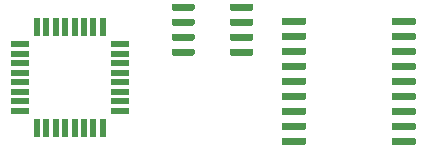
<source format=gbr>
G04 #@! TF.GenerationSoftware,KiCad,Pcbnew,5.1.5-52549c5~84~ubuntu18.04.1*
G04 #@! TF.CreationDate,2020-02-06T21:07:47-05:00*
G04 #@! TF.ProjectId,FH_fault-latch,46485f66-6175-46c7-942d-6c617463682e,rev?*
G04 #@! TF.SameCoordinates,Original*
G04 #@! TF.FileFunction,Paste,Top*
G04 #@! TF.FilePolarity,Positive*
%FSLAX46Y46*%
G04 Gerber Fmt 4.6, Leading zero omitted, Abs format (unit mm)*
G04 Created by KiCad (PCBNEW 5.1.5-52549c5~84~ubuntu18.04.1) date 2020-02-06 21:07:47*
%MOMM*%
%LPD*%
G04 APERTURE LIST*
%ADD10C,0.100000*%
%ADD11R,0.550000X1.600000*%
%ADD12R,1.600000X0.550000*%
G04 APERTURE END LIST*
D10*
G36*
X123459703Y-118890222D02*
G01*
X123474264Y-118892382D01*
X123488543Y-118895959D01*
X123502403Y-118900918D01*
X123515710Y-118907212D01*
X123528336Y-118914780D01*
X123540159Y-118923548D01*
X123551066Y-118933434D01*
X123560952Y-118944341D01*
X123569720Y-118956164D01*
X123577288Y-118968790D01*
X123583582Y-118982097D01*
X123588541Y-118995957D01*
X123592118Y-119010236D01*
X123594278Y-119024797D01*
X123595000Y-119039500D01*
X123595000Y-119339500D01*
X123594278Y-119354203D01*
X123592118Y-119368764D01*
X123588541Y-119383043D01*
X123583582Y-119396903D01*
X123577288Y-119410210D01*
X123569720Y-119422836D01*
X123560952Y-119434659D01*
X123551066Y-119445566D01*
X123540159Y-119455452D01*
X123528336Y-119464220D01*
X123515710Y-119471788D01*
X123502403Y-119478082D01*
X123488543Y-119483041D01*
X123474264Y-119486618D01*
X123459703Y-119488778D01*
X123445000Y-119489500D01*
X121795000Y-119489500D01*
X121780297Y-119488778D01*
X121765736Y-119486618D01*
X121751457Y-119483041D01*
X121737597Y-119478082D01*
X121724290Y-119471788D01*
X121711664Y-119464220D01*
X121699841Y-119455452D01*
X121688934Y-119445566D01*
X121679048Y-119434659D01*
X121670280Y-119422836D01*
X121662712Y-119410210D01*
X121656418Y-119396903D01*
X121651459Y-119383043D01*
X121647882Y-119368764D01*
X121645722Y-119354203D01*
X121645000Y-119339500D01*
X121645000Y-119039500D01*
X121645722Y-119024797D01*
X121647882Y-119010236D01*
X121651459Y-118995957D01*
X121656418Y-118982097D01*
X121662712Y-118968790D01*
X121670280Y-118956164D01*
X121679048Y-118944341D01*
X121688934Y-118933434D01*
X121699841Y-118923548D01*
X121711664Y-118914780D01*
X121724290Y-118907212D01*
X121737597Y-118900918D01*
X121751457Y-118895959D01*
X121765736Y-118892382D01*
X121780297Y-118890222D01*
X121795000Y-118889500D01*
X123445000Y-118889500D01*
X123459703Y-118890222D01*
G37*
G36*
X123459703Y-117620222D02*
G01*
X123474264Y-117622382D01*
X123488543Y-117625959D01*
X123502403Y-117630918D01*
X123515710Y-117637212D01*
X123528336Y-117644780D01*
X123540159Y-117653548D01*
X123551066Y-117663434D01*
X123560952Y-117674341D01*
X123569720Y-117686164D01*
X123577288Y-117698790D01*
X123583582Y-117712097D01*
X123588541Y-117725957D01*
X123592118Y-117740236D01*
X123594278Y-117754797D01*
X123595000Y-117769500D01*
X123595000Y-118069500D01*
X123594278Y-118084203D01*
X123592118Y-118098764D01*
X123588541Y-118113043D01*
X123583582Y-118126903D01*
X123577288Y-118140210D01*
X123569720Y-118152836D01*
X123560952Y-118164659D01*
X123551066Y-118175566D01*
X123540159Y-118185452D01*
X123528336Y-118194220D01*
X123515710Y-118201788D01*
X123502403Y-118208082D01*
X123488543Y-118213041D01*
X123474264Y-118216618D01*
X123459703Y-118218778D01*
X123445000Y-118219500D01*
X121795000Y-118219500D01*
X121780297Y-118218778D01*
X121765736Y-118216618D01*
X121751457Y-118213041D01*
X121737597Y-118208082D01*
X121724290Y-118201788D01*
X121711664Y-118194220D01*
X121699841Y-118185452D01*
X121688934Y-118175566D01*
X121679048Y-118164659D01*
X121670280Y-118152836D01*
X121662712Y-118140210D01*
X121656418Y-118126903D01*
X121651459Y-118113043D01*
X121647882Y-118098764D01*
X121645722Y-118084203D01*
X121645000Y-118069500D01*
X121645000Y-117769500D01*
X121645722Y-117754797D01*
X121647882Y-117740236D01*
X121651459Y-117725957D01*
X121656418Y-117712097D01*
X121662712Y-117698790D01*
X121670280Y-117686164D01*
X121679048Y-117674341D01*
X121688934Y-117663434D01*
X121699841Y-117653548D01*
X121711664Y-117644780D01*
X121724290Y-117637212D01*
X121737597Y-117630918D01*
X121751457Y-117625959D01*
X121765736Y-117622382D01*
X121780297Y-117620222D01*
X121795000Y-117619500D01*
X123445000Y-117619500D01*
X123459703Y-117620222D01*
G37*
G36*
X123459703Y-116350222D02*
G01*
X123474264Y-116352382D01*
X123488543Y-116355959D01*
X123502403Y-116360918D01*
X123515710Y-116367212D01*
X123528336Y-116374780D01*
X123540159Y-116383548D01*
X123551066Y-116393434D01*
X123560952Y-116404341D01*
X123569720Y-116416164D01*
X123577288Y-116428790D01*
X123583582Y-116442097D01*
X123588541Y-116455957D01*
X123592118Y-116470236D01*
X123594278Y-116484797D01*
X123595000Y-116499500D01*
X123595000Y-116799500D01*
X123594278Y-116814203D01*
X123592118Y-116828764D01*
X123588541Y-116843043D01*
X123583582Y-116856903D01*
X123577288Y-116870210D01*
X123569720Y-116882836D01*
X123560952Y-116894659D01*
X123551066Y-116905566D01*
X123540159Y-116915452D01*
X123528336Y-116924220D01*
X123515710Y-116931788D01*
X123502403Y-116938082D01*
X123488543Y-116943041D01*
X123474264Y-116946618D01*
X123459703Y-116948778D01*
X123445000Y-116949500D01*
X121795000Y-116949500D01*
X121780297Y-116948778D01*
X121765736Y-116946618D01*
X121751457Y-116943041D01*
X121737597Y-116938082D01*
X121724290Y-116931788D01*
X121711664Y-116924220D01*
X121699841Y-116915452D01*
X121688934Y-116905566D01*
X121679048Y-116894659D01*
X121670280Y-116882836D01*
X121662712Y-116870210D01*
X121656418Y-116856903D01*
X121651459Y-116843043D01*
X121647882Y-116828764D01*
X121645722Y-116814203D01*
X121645000Y-116799500D01*
X121645000Y-116499500D01*
X121645722Y-116484797D01*
X121647882Y-116470236D01*
X121651459Y-116455957D01*
X121656418Y-116442097D01*
X121662712Y-116428790D01*
X121670280Y-116416164D01*
X121679048Y-116404341D01*
X121688934Y-116393434D01*
X121699841Y-116383548D01*
X121711664Y-116374780D01*
X121724290Y-116367212D01*
X121737597Y-116360918D01*
X121751457Y-116355959D01*
X121765736Y-116352382D01*
X121780297Y-116350222D01*
X121795000Y-116349500D01*
X123445000Y-116349500D01*
X123459703Y-116350222D01*
G37*
G36*
X123459703Y-115080222D02*
G01*
X123474264Y-115082382D01*
X123488543Y-115085959D01*
X123502403Y-115090918D01*
X123515710Y-115097212D01*
X123528336Y-115104780D01*
X123540159Y-115113548D01*
X123551066Y-115123434D01*
X123560952Y-115134341D01*
X123569720Y-115146164D01*
X123577288Y-115158790D01*
X123583582Y-115172097D01*
X123588541Y-115185957D01*
X123592118Y-115200236D01*
X123594278Y-115214797D01*
X123595000Y-115229500D01*
X123595000Y-115529500D01*
X123594278Y-115544203D01*
X123592118Y-115558764D01*
X123588541Y-115573043D01*
X123583582Y-115586903D01*
X123577288Y-115600210D01*
X123569720Y-115612836D01*
X123560952Y-115624659D01*
X123551066Y-115635566D01*
X123540159Y-115645452D01*
X123528336Y-115654220D01*
X123515710Y-115661788D01*
X123502403Y-115668082D01*
X123488543Y-115673041D01*
X123474264Y-115676618D01*
X123459703Y-115678778D01*
X123445000Y-115679500D01*
X121795000Y-115679500D01*
X121780297Y-115678778D01*
X121765736Y-115676618D01*
X121751457Y-115673041D01*
X121737597Y-115668082D01*
X121724290Y-115661788D01*
X121711664Y-115654220D01*
X121699841Y-115645452D01*
X121688934Y-115635566D01*
X121679048Y-115624659D01*
X121670280Y-115612836D01*
X121662712Y-115600210D01*
X121656418Y-115586903D01*
X121651459Y-115573043D01*
X121647882Y-115558764D01*
X121645722Y-115544203D01*
X121645000Y-115529500D01*
X121645000Y-115229500D01*
X121645722Y-115214797D01*
X121647882Y-115200236D01*
X121651459Y-115185957D01*
X121656418Y-115172097D01*
X121662712Y-115158790D01*
X121670280Y-115146164D01*
X121679048Y-115134341D01*
X121688934Y-115123434D01*
X121699841Y-115113548D01*
X121711664Y-115104780D01*
X121724290Y-115097212D01*
X121737597Y-115090918D01*
X121751457Y-115085959D01*
X121765736Y-115082382D01*
X121780297Y-115080222D01*
X121795000Y-115079500D01*
X123445000Y-115079500D01*
X123459703Y-115080222D01*
G37*
G36*
X128409703Y-115080222D02*
G01*
X128424264Y-115082382D01*
X128438543Y-115085959D01*
X128452403Y-115090918D01*
X128465710Y-115097212D01*
X128478336Y-115104780D01*
X128490159Y-115113548D01*
X128501066Y-115123434D01*
X128510952Y-115134341D01*
X128519720Y-115146164D01*
X128527288Y-115158790D01*
X128533582Y-115172097D01*
X128538541Y-115185957D01*
X128542118Y-115200236D01*
X128544278Y-115214797D01*
X128545000Y-115229500D01*
X128545000Y-115529500D01*
X128544278Y-115544203D01*
X128542118Y-115558764D01*
X128538541Y-115573043D01*
X128533582Y-115586903D01*
X128527288Y-115600210D01*
X128519720Y-115612836D01*
X128510952Y-115624659D01*
X128501066Y-115635566D01*
X128490159Y-115645452D01*
X128478336Y-115654220D01*
X128465710Y-115661788D01*
X128452403Y-115668082D01*
X128438543Y-115673041D01*
X128424264Y-115676618D01*
X128409703Y-115678778D01*
X128395000Y-115679500D01*
X126745000Y-115679500D01*
X126730297Y-115678778D01*
X126715736Y-115676618D01*
X126701457Y-115673041D01*
X126687597Y-115668082D01*
X126674290Y-115661788D01*
X126661664Y-115654220D01*
X126649841Y-115645452D01*
X126638934Y-115635566D01*
X126629048Y-115624659D01*
X126620280Y-115612836D01*
X126612712Y-115600210D01*
X126606418Y-115586903D01*
X126601459Y-115573043D01*
X126597882Y-115558764D01*
X126595722Y-115544203D01*
X126595000Y-115529500D01*
X126595000Y-115229500D01*
X126595722Y-115214797D01*
X126597882Y-115200236D01*
X126601459Y-115185957D01*
X126606418Y-115172097D01*
X126612712Y-115158790D01*
X126620280Y-115146164D01*
X126629048Y-115134341D01*
X126638934Y-115123434D01*
X126649841Y-115113548D01*
X126661664Y-115104780D01*
X126674290Y-115097212D01*
X126687597Y-115090918D01*
X126701457Y-115085959D01*
X126715736Y-115082382D01*
X126730297Y-115080222D01*
X126745000Y-115079500D01*
X128395000Y-115079500D01*
X128409703Y-115080222D01*
G37*
G36*
X128409703Y-116350222D02*
G01*
X128424264Y-116352382D01*
X128438543Y-116355959D01*
X128452403Y-116360918D01*
X128465710Y-116367212D01*
X128478336Y-116374780D01*
X128490159Y-116383548D01*
X128501066Y-116393434D01*
X128510952Y-116404341D01*
X128519720Y-116416164D01*
X128527288Y-116428790D01*
X128533582Y-116442097D01*
X128538541Y-116455957D01*
X128542118Y-116470236D01*
X128544278Y-116484797D01*
X128545000Y-116499500D01*
X128545000Y-116799500D01*
X128544278Y-116814203D01*
X128542118Y-116828764D01*
X128538541Y-116843043D01*
X128533582Y-116856903D01*
X128527288Y-116870210D01*
X128519720Y-116882836D01*
X128510952Y-116894659D01*
X128501066Y-116905566D01*
X128490159Y-116915452D01*
X128478336Y-116924220D01*
X128465710Y-116931788D01*
X128452403Y-116938082D01*
X128438543Y-116943041D01*
X128424264Y-116946618D01*
X128409703Y-116948778D01*
X128395000Y-116949500D01*
X126745000Y-116949500D01*
X126730297Y-116948778D01*
X126715736Y-116946618D01*
X126701457Y-116943041D01*
X126687597Y-116938082D01*
X126674290Y-116931788D01*
X126661664Y-116924220D01*
X126649841Y-116915452D01*
X126638934Y-116905566D01*
X126629048Y-116894659D01*
X126620280Y-116882836D01*
X126612712Y-116870210D01*
X126606418Y-116856903D01*
X126601459Y-116843043D01*
X126597882Y-116828764D01*
X126595722Y-116814203D01*
X126595000Y-116799500D01*
X126595000Y-116499500D01*
X126595722Y-116484797D01*
X126597882Y-116470236D01*
X126601459Y-116455957D01*
X126606418Y-116442097D01*
X126612712Y-116428790D01*
X126620280Y-116416164D01*
X126629048Y-116404341D01*
X126638934Y-116393434D01*
X126649841Y-116383548D01*
X126661664Y-116374780D01*
X126674290Y-116367212D01*
X126687597Y-116360918D01*
X126701457Y-116355959D01*
X126715736Y-116352382D01*
X126730297Y-116350222D01*
X126745000Y-116349500D01*
X128395000Y-116349500D01*
X128409703Y-116350222D01*
G37*
G36*
X128409703Y-117620222D02*
G01*
X128424264Y-117622382D01*
X128438543Y-117625959D01*
X128452403Y-117630918D01*
X128465710Y-117637212D01*
X128478336Y-117644780D01*
X128490159Y-117653548D01*
X128501066Y-117663434D01*
X128510952Y-117674341D01*
X128519720Y-117686164D01*
X128527288Y-117698790D01*
X128533582Y-117712097D01*
X128538541Y-117725957D01*
X128542118Y-117740236D01*
X128544278Y-117754797D01*
X128545000Y-117769500D01*
X128545000Y-118069500D01*
X128544278Y-118084203D01*
X128542118Y-118098764D01*
X128538541Y-118113043D01*
X128533582Y-118126903D01*
X128527288Y-118140210D01*
X128519720Y-118152836D01*
X128510952Y-118164659D01*
X128501066Y-118175566D01*
X128490159Y-118185452D01*
X128478336Y-118194220D01*
X128465710Y-118201788D01*
X128452403Y-118208082D01*
X128438543Y-118213041D01*
X128424264Y-118216618D01*
X128409703Y-118218778D01*
X128395000Y-118219500D01*
X126745000Y-118219500D01*
X126730297Y-118218778D01*
X126715736Y-118216618D01*
X126701457Y-118213041D01*
X126687597Y-118208082D01*
X126674290Y-118201788D01*
X126661664Y-118194220D01*
X126649841Y-118185452D01*
X126638934Y-118175566D01*
X126629048Y-118164659D01*
X126620280Y-118152836D01*
X126612712Y-118140210D01*
X126606418Y-118126903D01*
X126601459Y-118113043D01*
X126597882Y-118098764D01*
X126595722Y-118084203D01*
X126595000Y-118069500D01*
X126595000Y-117769500D01*
X126595722Y-117754797D01*
X126597882Y-117740236D01*
X126601459Y-117725957D01*
X126606418Y-117712097D01*
X126612712Y-117698790D01*
X126620280Y-117686164D01*
X126629048Y-117674341D01*
X126638934Y-117663434D01*
X126649841Y-117653548D01*
X126661664Y-117644780D01*
X126674290Y-117637212D01*
X126687597Y-117630918D01*
X126701457Y-117625959D01*
X126715736Y-117622382D01*
X126730297Y-117620222D01*
X126745000Y-117619500D01*
X128395000Y-117619500D01*
X128409703Y-117620222D01*
G37*
G36*
X128409703Y-118890222D02*
G01*
X128424264Y-118892382D01*
X128438543Y-118895959D01*
X128452403Y-118900918D01*
X128465710Y-118907212D01*
X128478336Y-118914780D01*
X128490159Y-118923548D01*
X128501066Y-118933434D01*
X128510952Y-118944341D01*
X128519720Y-118956164D01*
X128527288Y-118968790D01*
X128533582Y-118982097D01*
X128538541Y-118995957D01*
X128542118Y-119010236D01*
X128544278Y-119024797D01*
X128545000Y-119039500D01*
X128545000Y-119339500D01*
X128544278Y-119354203D01*
X128542118Y-119368764D01*
X128538541Y-119383043D01*
X128533582Y-119396903D01*
X128527288Y-119410210D01*
X128519720Y-119422836D01*
X128510952Y-119434659D01*
X128501066Y-119445566D01*
X128490159Y-119455452D01*
X128478336Y-119464220D01*
X128465710Y-119471788D01*
X128452403Y-119478082D01*
X128438543Y-119483041D01*
X128424264Y-119486618D01*
X128409703Y-119488778D01*
X128395000Y-119489500D01*
X126745000Y-119489500D01*
X126730297Y-119488778D01*
X126715736Y-119486618D01*
X126701457Y-119483041D01*
X126687597Y-119478082D01*
X126674290Y-119471788D01*
X126661664Y-119464220D01*
X126649841Y-119455452D01*
X126638934Y-119445566D01*
X126629048Y-119434659D01*
X126620280Y-119422836D01*
X126612712Y-119410210D01*
X126606418Y-119396903D01*
X126601459Y-119383043D01*
X126597882Y-119368764D01*
X126595722Y-119354203D01*
X126595000Y-119339500D01*
X126595000Y-119039500D01*
X126595722Y-119024797D01*
X126597882Y-119010236D01*
X126601459Y-118995957D01*
X126606418Y-118982097D01*
X126612712Y-118968790D01*
X126620280Y-118956164D01*
X126629048Y-118944341D01*
X126638934Y-118933434D01*
X126649841Y-118923548D01*
X126661664Y-118914780D01*
X126674290Y-118907212D01*
X126687597Y-118900918D01*
X126701457Y-118895959D01*
X126715736Y-118892382D01*
X126730297Y-118890222D01*
X126745000Y-118889500D01*
X128395000Y-118889500D01*
X128409703Y-118890222D01*
G37*
G36*
X132891703Y-126446722D02*
G01*
X132906264Y-126448882D01*
X132920543Y-126452459D01*
X132934403Y-126457418D01*
X132947710Y-126463712D01*
X132960336Y-126471280D01*
X132972159Y-126480048D01*
X132983066Y-126489934D01*
X132992952Y-126500841D01*
X133001720Y-126512664D01*
X133009288Y-126525290D01*
X133015582Y-126538597D01*
X133020541Y-126552457D01*
X133024118Y-126566736D01*
X133026278Y-126581297D01*
X133027000Y-126596000D01*
X133027000Y-126896000D01*
X133026278Y-126910703D01*
X133024118Y-126925264D01*
X133020541Y-126939543D01*
X133015582Y-126953403D01*
X133009288Y-126966710D01*
X133001720Y-126979336D01*
X132992952Y-126991159D01*
X132983066Y-127002066D01*
X132972159Y-127011952D01*
X132960336Y-127020720D01*
X132947710Y-127028288D01*
X132934403Y-127034582D01*
X132920543Y-127039541D01*
X132906264Y-127043118D01*
X132891703Y-127045278D01*
X132877000Y-127046000D01*
X131127000Y-127046000D01*
X131112297Y-127045278D01*
X131097736Y-127043118D01*
X131083457Y-127039541D01*
X131069597Y-127034582D01*
X131056290Y-127028288D01*
X131043664Y-127020720D01*
X131031841Y-127011952D01*
X131020934Y-127002066D01*
X131011048Y-126991159D01*
X131002280Y-126979336D01*
X130994712Y-126966710D01*
X130988418Y-126953403D01*
X130983459Y-126939543D01*
X130979882Y-126925264D01*
X130977722Y-126910703D01*
X130977000Y-126896000D01*
X130977000Y-126596000D01*
X130977722Y-126581297D01*
X130979882Y-126566736D01*
X130983459Y-126552457D01*
X130988418Y-126538597D01*
X130994712Y-126525290D01*
X131002280Y-126512664D01*
X131011048Y-126500841D01*
X131020934Y-126489934D01*
X131031841Y-126480048D01*
X131043664Y-126471280D01*
X131056290Y-126463712D01*
X131069597Y-126457418D01*
X131083457Y-126452459D01*
X131097736Y-126448882D01*
X131112297Y-126446722D01*
X131127000Y-126446000D01*
X132877000Y-126446000D01*
X132891703Y-126446722D01*
G37*
G36*
X132891703Y-125176722D02*
G01*
X132906264Y-125178882D01*
X132920543Y-125182459D01*
X132934403Y-125187418D01*
X132947710Y-125193712D01*
X132960336Y-125201280D01*
X132972159Y-125210048D01*
X132983066Y-125219934D01*
X132992952Y-125230841D01*
X133001720Y-125242664D01*
X133009288Y-125255290D01*
X133015582Y-125268597D01*
X133020541Y-125282457D01*
X133024118Y-125296736D01*
X133026278Y-125311297D01*
X133027000Y-125326000D01*
X133027000Y-125626000D01*
X133026278Y-125640703D01*
X133024118Y-125655264D01*
X133020541Y-125669543D01*
X133015582Y-125683403D01*
X133009288Y-125696710D01*
X133001720Y-125709336D01*
X132992952Y-125721159D01*
X132983066Y-125732066D01*
X132972159Y-125741952D01*
X132960336Y-125750720D01*
X132947710Y-125758288D01*
X132934403Y-125764582D01*
X132920543Y-125769541D01*
X132906264Y-125773118D01*
X132891703Y-125775278D01*
X132877000Y-125776000D01*
X131127000Y-125776000D01*
X131112297Y-125775278D01*
X131097736Y-125773118D01*
X131083457Y-125769541D01*
X131069597Y-125764582D01*
X131056290Y-125758288D01*
X131043664Y-125750720D01*
X131031841Y-125741952D01*
X131020934Y-125732066D01*
X131011048Y-125721159D01*
X131002280Y-125709336D01*
X130994712Y-125696710D01*
X130988418Y-125683403D01*
X130983459Y-125669543D01*
X130979882Y-125655264D01*
X130977722Y-125640703D01*
X130977000Y-125626000D01*
X130977000Y-125326000D01*
X130977722Y-125311297D01*
X130979882Y-125296736D01*
X130983459Y-125282457D01*
X130988418Y-125268597D01*
X130994712Y-125255290D01*
X131002280Y-125242664D01*
X131011048Y-125230841D01*
X131020934Y-125219934D01*
X131031841Y-125210048D01*
X131043664Y-125201280D01*
X131056290Y-125193712D01*
X131069597Y-125187418D01*
X131083457Y-125182459D01*
X131097736Y-125178882D01*
X131112297Y-125176722D01*
X131127000Y-125176000D01*
X132877000Y-125176000D01*
X132891703Y-125176722D01*
G37*
G36*
X132891703Y-123906722D02*
G01*
X132906264Y-123908882D01*
X132920543Y-123912459D01*
X132934403Y-123917418D01*
X132947710Y-123923712D01*
X132960336Y-123931280D01*
X132972159Y-123940048D01*
X132983066Y-123949934D01*
X132992952Y-123960841D01*
X133001720Y-123972664D01*
X133009288Y-123985290D01*
X133015582Y-123998597D01*
X133020541Y-124012457D01*
X133024118Y-124026736D01*
X133026278Y-124041297D01*
X133027000Y-124056000D01*
X133027000Y-124356000D01*
X133026278Y-124370703D01*
X133024118Y-124385264D01*
X133020541Y-124399543D01*
X133015582Y-124413403D01*
X133009288Y-124426710D01*
X133001720Y-124439336D01*
X132992952Y-124451159D01*
X132983066Y-124462066D01*
X132972159Y-124471952D01*
X132960336Y-124480720D01*
X132947710Y-124488288D01*
X132934403Y-124494582D01*
X132920543Y-124499541D01*
X132906264Y-124503118D01*
X132891703Y-124505278D01*
X132877000Y-124506000D01*
X131127000Y-124506000D01*
X131112297Y-124505278D01*
X131097736Y-124503118D01*
X131083457Y-124499541D01*
X131069597Y-124494582D01*
X131056290Y-124488288D01*
X131043664Y-124480720D01*
X131031841Y-124471952D01*
X131020934Y-124462066D01*
X131011048Y-124451159D01*
X131002280Y-124439336D01*
X130994712Y-124426710D01*
X130988418Y-124413403D01*
X130983459Y-124399543D01*
X130979882Y-124385264D01*
X130977722Y-124370703D01*
X130977000Y-124356000D01*
X130977000Y-124056000D01*
X130977722Y-124041297D01*
X130979882Y-124026736D01*
X130983459Y-124012457D01*
X130988418Y-123998597D01*
X130994712Y-123985290D01*
X131002280Y-123972664D01*
X131011048Y-123960841D01*
X131020934Y-123949934D01*
X131031841Y-123940048D01*
X131043664Y-123931280D01*
X131056290Y-123923712D01*
X131069597Y-123917418D01*
X131083457Y-123912459D01*
X131097736Y-123908882D01*
X131112297Y-123906722D01*
X131127000Y-123906000D01*
X132877000Y-123906000D01*
X132891703Y-123906722D01*
G37*
G36*
X132891703Y-122636722D02*
G01*
X132906264Y-122638882D01*
X132920543Y-122642459D01*
X132934403Y-122647418D01*
X132947710Y-122653712D01*
X132960336Y-122661280D01*
X132972159Y-122670048D01*
X132983066Y-122679934D01*
X132992952Y-122690841D01*
X133001720Y-122702664D01*
X133009288Y-122715290D01*
X133015582Y-122728597D01*
X133020541Y-122742457D01*
X133024118Y-122756736D01*
X133026278Y-122771297D01*
X133027000Y-122786000D01*
X133027000Y-123086000D01*
X133026278Y-123100703D01*
X133024118Y-123115264D01*
X133020541Y-123129543D01*
X133015582Y-123143403D01*
X133009288Y-123156710D01*
X133001720Y-123169336D01*
X132992952Y-123181159D01*
X132983066Y-123192066D01*
X132972159Y-123201952D01*
X132960336Y-123210720D01*
X132947710Y-123218288D01*
X132934403Y-123224582D01*
X132920543Y-123229541D01*
X132906264Y-123233118D01*
X132891703Y-123235278D01*
X132877000Y-123236000D01*
X131127000Y-123236000D01*
X131112297Y-123235278D01*
X131097736Y-123233118D01*
X131083457Y-123229541D01*
X131069597Y-123224582D01*
X131056290Y-123218288D01*
X131043664Y-123210720D01*
X131031841Y-123201952D01*
X131020934Y-123192066D01*
X131011048Y-123181159D01*
X131002280Y-123169336D01*
X130994712Y-123156710D01*
X130988418Y-123143403D01*
X130983459Y-123129543D01*
X130979882Y-123115264D01*
X130977722Y-123100703D01*
X130977000Y-123086000D01*
X130977000Y-122786000D01*
X130977722Y-122771297D01*
X130979882Y-122756736D01*
X130983459Y-122742457D01*
X130988418Y-122728597D01*
X130994712Y-122715290D01*
X131002280Y-122702664D01*
X131011048Y-122690841D01*
X131020934Y-122679934D01*
X131031841Y-122670048D01*
X131043664Y-122661280D01*
X131056290Y-122653712D01*
X131069597Y-122647418D01*
X131083457Y-122642459D01*
X131097736Y-122638882D01*
X131112297Y-122636722D01*
X131127000Y-122636000D01*
X132877000Y-122636000D01*
X132891703Y-122636722D01*
G37*
G36*
X132891703Y-121366722D02*
G01*
X132906264Y-121368882D01*
X132920543Y-121372459D01*
X132934403Y-121377418D01*
X132947710Y-121383712D01*
X132960336Y-121391280D01*
X132972159Y-121400048D01*
X132983066Y-121409934D01*
X132992952Y-121420841D01*
X133001720Y-121432664D01*
X133009288Y-121445290D01*
X133015582Y-121458597D01*
X133020541Y-121472457D01*
X133024118Y-121486736D01*
X133026278Y-121501297D01*
X133027000Y-121516000D01*
X133027000Y-121816000D01*
X133026278Y-121830703D01*
X133024118Y-121845264D01*
X133020541Y-121859543D01*
X133015582Y-121873403D01*
X133009288Y-121886710D01*
X133001720Y-121899336D01*
X132992952Y-121911159D01*
X132983066Y-121922066D01*
X132972159Y-121931952D01*
X132960336Y-121940720D01*
X132947710Y-121948288D01*
X132934403Y-121954582D01*
X132920543Y-121959541D01*
X132906264Y-121963118D01*
X132891703Y-121965278D01*
X132877000Y-121966000D01*
X131127000Y-121966000D01*
X131112297Y-121965278D01*
X131097736Y-121963118D01*
X131083457Y-121959541D01*
X131069597Y-121954582D01*
X131056290Y-121948288D01*
X131043664Y-121940720D01*
X131031841Y-121931952D01*
X131020934Y-121922066D01*
X131011048Y-121911159D01*
X131002280Y-121899336D01*
X130994712Y-121886710D01*
X130988418Y-121873403D01*
X130983459Y-121859543D01*
X130979882Y-121845264D01*
X130977722Y-121830703D01*
X130977000Y-121816000D01*
X130977000Y-121516000D01*
X130977722Y-121501297D01*
X130979882Y-121486736D01*
X130983459Y-121472457D01*
X130988418Y-121458597D01*
X130994712Y-121445290D01*
X131002280Y-121432664D01*
X131011048Y-121420841D01*
X131020934Y-121409934D01*
X131031841Y-121400048D01*
X131043664Y-121391280D01*
X131056290Y-121383712D01*
X131069597Y-121377418D01*
X131083457Y-121372459D01*
X131097736Y-121368882D01*
X131112297Y-121366722D01*
X131127000Y-121366000D01*
X132877000Y-121366000D01*
X132891703Y-121366722D01*
G37*
G36*
X132891703Y-120096722D02*
G01*
X132906264Y-120098882D01*
X132920543Y-120102459D01*
X132934403Y-120107418D01*
X132947710Y-120113712D01*
X132960336Y-120121280D01*
X132972159Y-120130048D01*
X132983066Y-120139934D01*
X132992952Y-120150841D01*
X133001720Y-120162664D01*
X133009288Y-120175290D01*
X133015582Y-120188597D01*
X133020541Y-120202457D01*
X133024118Y-120216736D01*
X133026278Y-120231297D01*
X133027000Y-120246000D01*
X133027000Y-120546000D01*
X133026278Y-120560703D01*
X133024118Y-120575264D01*
X133020541Y-120589543D01*
X133015582Y-120603403D01*
X133009288Y-120616710D01*
X133001720Y-120629336D01*
X132992952Y-120641159D01*
X132983066Y-120652066D01*
X132972159Y-120661952D01*
X132960336Y-120670720D01*
X132947710Y-120678288D01*
X132934403Y-120684582D01*
X132920543Y-120689541D01*
X132906264Y-120693118D01*
X132891703Y-120695278D01*
X132877000Y-120696000D01*
X131127000Y-120696000D01*
X131112297Y-120695278D01*
X131097736Y-120693118D01*
X131083457Y-120689541D01*
X131069597Y-120684582D01*
X131056290Y-120678288D01*
X131043664Y-120670720D01*
X131031841Y-120661952D01*
X131020934Y-120652066D01*
X131011048Y-120641159D01*
X131002280Y-120629336D01*
X130994712Y-120616710D01*
X130988418Y-120603403D01*
X130983459Y-120589543D01*
X130979882Y-120575264D01*
X130977722Y-120560703D01*
X130977000Y-120546000D01*
X130977000Y-120246000D01*
X130977722Y-120231297D01*
X130979882Y-120216736D01*
X130983459Y-120202457D01*
X130988418Y-120188597D01*
X130994712Y-120175290D01*
X131002280Y-120162664D01*
X131011048Y-120150841D01*
X131020934Y-120139934D01*
X131031841Y-120130048D01*
X131043664Y-120121280D01*
X131056290Y-120113712D01*
X131069597Y-120107418D01*
X131083457Y-120102459D01*
X131097736Y-120098882D01*
X131112297Y-120096722D01*
X131127000Y-120096000D01*
X132877000Y-120096000D01*
X132891703Y-120096722D01*
G37*
G36*
X132891703Y-118826722D02*
G01*
X132906264Y-118828882D01*
X132920543Y-118832459D01*
X132934403Y-118837418D01*
X132947710Y-118843712D01*
X132960336Y-118851280D01*
X132972159Y-118860048D01*
X132983066Y-118869934D01*
X132992952Y-118880841D01*
X133001720Y-118892664D01*
X133009288Y-118905290D01*
X133015582Y-118918597D01*
X133020541Y-118932457D01*
X133024118Y-118946736D01*
X133026278Y-118961297D01*
X133027000Y-118976000D01*
X133027000Y-119276000D01*
X133026278Y-119290703D01*
X133024118Y-119305264D01*
X133020541Y-119319543D01*
X133015582Y-119333403D01*
X133009288Y-119346710D01*
X133001720Y-119359336D01*
X132992952Y-119371159D01*
X132983066Y-119382066D01*
X132972159Y-119391952D01*
X132960336Y-119400720D01*
X132947710Y-119408288D01*
X132934403Y-119414582D01*
X132920543Y-119419541D01*
X132906264Y-119423118D01*
X132891703Y-119425278D01*
X132877000Y-119426000D01*
X131127000Y-119426000D01*
X131112297Y-119425278D01*
X131097736Y-119423118D01*
X131083457Y-119419541D01*
X131069597Y-119414582D01*
X131056290Y-119408288D01*
X131043664Y-119400720D01*
X131031841Y-119391952D01*
X131020934Y-119382066D01*
X131011048Y-119371159D01*
X131002280Y-119359336D01*
X130994712Y-119346710D01*
X130988418Y-119333403D01*
X130983459Y-119319543D01*
X130979882Y-119305264D01*
X130977722Y-119290703D01*
X130977000Y-119276000D01*
X130977000Y-118976000D01*
X130977722Y-118961297D01*
X130979882Y-118946736D01*
X130983459Y-118932457D01*
X130988418Y-118918597D01*
X130994712Y-118905290D01*
X131002280Y-118892664D01*
X131011048Y-118880841D01*
X131020934Y-118869934D01*
X131031841Y-118860048D01*
X131043664Y-118851280D01*
X131056290Y-118843712D01*
X131069597Y-118837418D01*
X131083457Y-118832459D01*
X131097736Y-118828882D01*
X131112297Y-118826722D01*
X131127000Y-118826000D01*
X132877000Y-118826000D01*
X132891703Y-118826722D01*
G37*
G36*
X132891703Y-117556722D02*
G01*
X132906264Y-117558882D01*
X132920543Y-117562459D01*
X132934403Y-117567418D01*
X132947710Y-117573712D01*
X132960336Y-117581280D01*
X132972159Y-117590048D01*
X132983066Y-117599934D01*
X132992952Y-117610841D01*
X133001720Y-117622664D01*
X133009288Y-117635290D01*
X133015582Y-117648597D01*
X133020541Y-117662457D01*
X133024118Y-117676736D01*
X133026278Y-117691297D01*
X133027000Y-117706000D01*
X133027000Y-118006000D01*
X133026278Y-118020703D01*
X133024118Y-118035264D01*
X133020541Y-118049543D01*
X133015582Y-118063403D01*
X133009288Y-118076710D01*
X133001720Y-118089336D01*
X132992952Y-118101159D01*
X132983066Y-118112066D01*
X132972159Y-118121952D01*
X132960336Y-118130720D01*
X132947710Y-118138288D01*
X132934403Y-118144582D01*
X132920543Y-118149541D01*
X132906264Y-118153118D01*
X132891703Y-118155278D01*
X132877000Y-118156000D01*
X131127000Y-118156000D01*
X131112297Y-118155278D01*
X131097736Y-118153118D01*
X131083457Y-118149541D01*
X131069597Y-118144582D01*
X131056290Y-118138288D01*
X131043664Y-118130720D01*
X131031841Y-118121952D01*
X131020934Y-118112066D01*
X131011048Y-118101159D01*
X131002280Y-118089336D01*
X130994712Y-118076710D01*
X130988418Y-118063403D01*
X130983459Y-118049543D01*
X130979882Y-118035264D01*
X130977722Y-118020703D01*
X130977000Y-118006000D01*
X130977000Y-117706000D01*
X130977722Y-117691297D01*
X130979882Y-117676736D01*
X130983459Y-117662457D01*
X130988418Y-117648597D01*
X130994712Y-117635290D01*
X131002280Y-117622664D01*
X131011048Y-117610841D01*
X131020934Y-117599934D01*
X131031841Y-117590048D01*
X131043664Y-117581280D01*
X131056290Y-117573712D01*
X131069597Y-117567418D01*
X131083457Y-117562459D01*
X131097736Y-117558882D01*
X131112297Y-117556722D01*
X131127000Y-117556000D01*
X132877000Y-117556000D01*
X132891703Y-117556722D01*
G37*
G36*
X132891703Y-116286722D02*
G01*
X132906264Y-116288882D01*
X132920543Y-116292459D01*
X132934403Y-116297418D01*
X132947710Y-116303712D01*
X132960336Y-116311280D01*
X132972159Y-116320048D01*
X132983066Y-116329934D01*
X132992952Y-116340841D01*
X133001720Y-116352664D01*
X133009288Y-116365290D01*
X133015582Y-116378597D01*
X133020541Y-116392457D01*
X133024118Y-116406736D01*
X133026278Y-116421297D01*
X133027000Y-116436000D01*
X133027000Y-116736000D01*
X133026278Y-116750703D01*
X133024118Y-116765264D01*
X133020541Y-116779543D01*
X133015582Y-116793403D01*
X133009288Y-116806710D01*
X133001720Y-116819336D01*
X132992952Y-116831159D01*
X132983066Y-116842066D01*
X132972159Y-116851952D01*
X132960336Y-116860720D01*
X132947710Y-116868288D01*
X132934403Y-116874582D01*
X132920543Y-116879541D01*
X132906264Y-116883118D01*
X132891703Y-116885278D01*
X132877000Y-116886000D01*
X131127000Y-116886000D01*
X131112297Y-116885278D01*
X131097736Y-116883118D01*
X131083457Y-116879541D01*
X131069597Y-116874582D01*
X131056290Y-116868288D01*
X131043664Y-116860720D01*
X131031841Y-116851952D01*
X131020934Y-116842066D01*
X131011048Y-116831159D01*
X131002280Y-116819336D01*
X130994712Y-116806710D01*
X130988418Y-116793403D01*
X130983459Y-116779543D01*
X130979882Y-116765264D01*
X130977722Y-116750703D01*
X130977000Y-116736000D01*
X130977000Y-116436000D01*
X130977722Y-116421297D01*
X130979882Y-116406736D01*
X130983459Y-116392457D01*
X130988418Y-116378597D01*
X130994712Y-116365290D01*
X131002280Y-116352664D01*
X131011048Y-116340841D01*
X131020934Y-116329934D01*
X131031841Y-116320048D01*
X131043664Y-116311280D01*
X131056290Y-116303712D01*
X131069597Y-116297418D01*
X131083457Y-116292459D01*
X131097736Y-116288882D01*
X131112297Y-116286722D01*
X131127000Y-116286000D01*
X132877000Y-116286000D01*
X132891703Y-116286722D01*
G37*
G36*
X142191703Y-116286722D02*
G01*
X142206264Y-116288882D01*
X142220543Y-116292459D01*
X142234403Y-116297418D01*
X142247710Y-116303712D01*
X142260336Y-116311280D01*
X142272159Y-116320048D01*
X142283066Y-116329934D01*
X142292952Y-116340841D01*
X142301720Y-116352664D01*
X142309288Y-116365290D01*
X142315582Y-116378597D01*
X142320541Y-116392457D01*
X142324118Y-116406736D01*
X142326278Y-116421297D01*
X142327000Y-116436000D01*
X142327000Y-116736000D01*
X142326278Y-116750703D01*
X142324118Y-116765264D01*
X142320541Y-116779543D01*
X142315582Y-116793403D01*
X142309288Y-116806710D01*
X142301720Y-116819336D01*
X142292952Y-116831159D01*
X142283066Y-116842066D01*
X142272159Y-116851952D01*
X142260336Y-116860720D01*
X142247710Y-116868288D01*
X142234403Y-116874582D01*
X142220543Y-116879541D01*
X142206264Y-116883118D01*
X142191703Y-116885278D01*
X142177000Y-116886000D01*
X140427000Y-116886000D01*
X140412297Y-116885278D01*
X140397736Y-116883118D01*
X140383457Y-116879541D01*
X140369597Y-116874582D01*
X140356290Y-116868288D01*
X140343664Y-116860720D01*
X140331841Y-116851952D01*
X140320934Y-116842066D01*
X140311048Y-116831159D01*
X140302280Y-116819336D01*
X140294712Y-116806710D01*
X140288418Y-116793403D01*
X140283459Y-116779543D01*
X140279882Y-116765264D01*
X140277722Y-116750703D01*
X140277000Y-116736000D01*
X140277000Y-116436000D01*
X140277722Y-116421297D01*
X140279882Y-116406736D01*
X140283459Y-116392457D01*
X140288418Y-116378597D01*
X140294712Y-116365290D01*
X140302280Y-116352664D01*
X140311048Y-116340841D01*
X140320934Y-116329934D01*
X140331841Y-116320048D01*
X140343664Y-116311280D01*
X140356290Y-116303712D01*
X140369597Y-116297418D01*
X140383457Y-116292459D01*
X140397736Y-116288882D01*
X140412297Y-116286722D01*
X140427000Y-116286000D01*
X142177000Y-116286000D01*
X142191703Y-116286722D01*
G37*
G36*
X142191703Y-117556722D02*
G01*
X142206264Y-117558882D01*
X142220543Y-117562459D01*
X142234403Y-117567418D01*
X142247710Y-117573712D01*
X142260336Y-117581280D01*
X142272159Y-117590048D01*
X142283066Y-117599934D01*
X142292952Y-117610841D01*
X142301720Y-117622664D01*
X142309288Y-117635290D01*
X142315582Y-117648597D01*
X142320541Y-117662457D01*
X142324118Y-117676736D01*
X142326278Y-117691297D01*
X142327000Y-117706000D01*
X142327000Y-118006000D01*
X142326278Y-118020703D01*
X142324118Y-118035264D01*
X142320541Y-118049543D01*
X142315582Y-118063403D01*
X142309288Y-118076710D01*
X142301720Y-118089336D01*
X142292952Y-118101159D01*
X142283066Y-118112066D01*
X142272159Y-118121952D01*
X142260336Y-118130720D01*
X142247710Y-118138288D01*
X142234403Y-118144582D01*
X142220543Y-118149541D01*
X142206264Y-118153118D01*
X142191703Y-118155278D01*
X142177000Y-118156000D01*
X140427000Y-118156000D01*
X140412297Y-118155278D01*
X140397736Y-118153118D01*
X140383457Y-118149541D01*
X140369597Y-118144582D01*
X140356290Y-118138288D01*
X140343664Y-118130720D01*
X140331841Y-118121952D01*
X140320934Y-118112066D01*
X140311048Y-118101159D01*
X140302280Y-118089336D01*
X140294712Y-118076710D01*
X140288418Y-118063403D01*
X140283459Y-118049543D01*
X140279882Y-118035264D01*
X140277722Y-118020703D01*
X140277000Y-118006000D01*
X140277000Y-117706000D01*
X140277722Y-117691297D01*
X140279882Y-117676736D01*
X140283459Y-117662457D01*
X140288418Y-117648597D01*
X140294712Y-117635290D01*
X140302280Y-117622664D01*
X140311048Y-117610841D01*
X140320934Y-117599934D01*
X140331841Y-117590048D01*
X140343664Y-117581280D01*
X140356290Y-117573712D01*
X140369597Y-117567418D01*
X140383457Y-117562459D01*
X140397736Y-117558882D01*
X140412297Y-117556722D01*
X140427000Y-117556000D01*
X142177000Y-117556000D01*
X142191703Y-117556722D01*
G37*
G36*
X142191703Y-118826722D02*
G01*
X142206264Y-118828882D01*
X142220543Y-118832459D01*
X142234403Y-118837418D01*
X142247710Y-118843712D01*
X142260336Y-118851280D01*
X142272159Y-118860048D01*
X142283066Y-118869934D01*
X142292952Y-118880841D01*
X142301720Y-118892664D01*
X142309288Y-118905290D01*
X142315582Y-118918597D01*
X142320541Y-118932457D01*
X142324118Y-118946736D01*
X142326278Y-118961297D01*
X142327000Y-118976000D01*
X142327000Y-119276000D01*
X142326278Y-119290703D01*
X142324118Y-119305264D01*
X142320541Y-119319543D01*
X142315582Y-119333403D01*
X142309288Y-119346710D01*
X142301720Y-119359336D01*
X142292952Y-119371159D01*
X142283066Y-119382066D01*
X142272159Y-119391952D01*
X142260336Y-119400720D01*
X142247710Y-119408288D01*
X142234403Y-119414582D01*
X142220543Y-119419541D01*
X142206264Y-119423118D01*
X142191703Y-119425278D01*
X142177000Y-119426000D01*
X140427000Y-119426000D01*
X140412297Y-119425278D01*
X140397736Y-119423118D01*
X140383457Y-119419541D01*
X140369597Y-119414582D01*
X140356290Y-119408288D01*
X140343664Y-119400720D01*
X140331841Y-119391952D01*
X140320934Y-119382066D01*
X140311048Y-119371159D01*
X140302280Y-119359336D01*
X140294712Y-119346710D01*
X140288418Y-119333403D01*
X140283459Y-119319543D01*
X140279882Y-119305264D01*
X140277722Y-119290703D01*
X140277000Y-119276000D01*
X140277000Y-118976000D01*
X140277722Y-118961297D01*
X140279882Y-118946736D01*
X140283459Y-118932457D01*
X140288418Y-118918597D01*
X140294712Y-118905290D01*
X140302280Y-118892664D01*
X140311048Y-118880841D01*
X140320934Y-118869934D01*
X140331841Y-118860048D01*
X140343664Y-118851280D01*
X140356290Y-118843712D01*
X140369597Y-118837418D01*
X140383457Y-118832459D01*
X140397736Y-118828882D01*
X140412297Y-118826722D01*
X140427000Y-118826000D01*
X142177000Y-118826000D01*
X142191703Y-118826722D01*
G37*
G36*
X142191703Y-120096722D02*
G01*
X142206264Y-120098882D01*
X142220543Y-120102459D01*
X142234403Y-120107418D01*
X142247710Y-120113712D01*
X142260336Y-120121280D01*
X142272159Y-120130048D01*
X142283066Y-120139934D01*
X142292952Y-120150841D01*
X142301720Y-120162664D01*
X142309288Y-120175290D01*
X142315582Y-120188597D01*
X142320541Y-120202457D01*
X142324118Y-120216736D01*
X142326278Y-120231297D01*
X142327000Y-120246000D01*
X142327000Y-120546000D01*
X142326278Y-120560703D01*
X142324118Y-120575264D01*
X142320541Y-120589543D01*
X142315582Y-120603403D01*
X142309288Y-120616710D01*
X142301720Y-120629336D01*
X142292952Y-120641159D01*
X142283066Y-120652066D01*
X142272159Y-120661952D01*
X142260336Y-120670720D01*
X142247710Y-120678288D01*
X142234403Y-120684582D01*
X142220543Y-120689541D01*
X142206264Y-120693118D01*
X142191703Y-120695278D01*
X142177000Y-120696000D01*
X140427000Y-120696000D01*
X140412297Y-120695278D01*
X140397736Y-120693118D01*
X140383457Y-120689541D01*
X140369597Y-120684582D01*
X140356290Y-120678288D01*
X140343664Y-120670720D01*
X140331841Y-120661952D01*
X140320934Y-120652066D01*
X140311048Y-120641159D01*
X140302280Y-120629336D01*
X140294712Y-120616710D01*
X140288418Y-120603403D01*
X140283459Y-120589543D01*
X140279882Y-120575264D01*
X140277722Y-120560703D01*
X140277000Y-120546000D01*
X140277000Y-120246000D01*
X140277722Y-120231297D01*
X140279882Y-120216736D01*
X140283459Y-120202457D01*
X140288418Y-120188597D01*
X140294712Y-120175290D01*
X140302280Y-120162664D01*
X140311048Y-120150841D01*
X140320934Y-120139934D01*
X140331841Y-120130048D01*
X140343664Y-120121280D01*
X140356290Y-120113712D01*
X140369597Y-120107418D01*
X140383457Y-120102459D01*
X140397736Y-120098882D01*
X140412297Y-120096722D01*
X140427000Y-120096000D01*
X142177000Y-120096000D01*
X142191703Y-120096722D01*
G37*
G36*
X142191703Y-121366722D02*
G01*
X142206264Y-121368882D01*
X142220543Y-121372459D01*
X142234403Y-121377418D01*
X142247710Y-121383712D01*
X142260336Y-121391280D01*
X142272159Y-121400048D01*
X142283066Y-121409934D01*
X142292952Y-121420841D01*
X142301720Y-121432664D01*
X142309288Y-121445290D01*
X142315582Y-121458597D01*
X142320541Y-121472457D01*
X142324118Y-121486736D01*
X142326278Y-121501297D01*
X142327000Y-121516000D01*
X142327000Y-121816000D01*
X142326278Y-121830703D01*
X142324118Y-121845264D01*
X142320541Y-121859543D01*
X142315582Y-121873403D01*
X142309288Y-121886710D01*
X142301720Y-121899336D01*
X142292952Y-121911159D01*
X142283066Y-121922066D01*
X142272159Y-121931952D01*
X142260336Y-121940720D01*
X142247710Y-121948288D01*
X142234403Y-121954582D01*
X142220543Y-121959541D01*
X142206264Y-121963118D01*
X142191703Y-121965278D01*
X142177000Y-121966000D01*
X140427000Y-121966000D01*
X140412297Y-121965278D01*
X140397736Y-121963118D01*
X140383457Y-121959541D01*
X140369597Y-121954582D01*
X140356290Y-121948288D01*
X140343664Y-121940720D01*
X140331841Y-121931952D01*
X140320934Y-121922066D01*
X140311048Y-121911159D01*
X140302280Y-121899336D01*
X140294712Y-121886710D01*
X140288418Y-121873403D01*
X140283459Y-121859543D01*
X140279882Y-121845264D01*
X140277722Y-121830703D01*
X140277000Y-121816000D01*
X140277000Y-121516000D01*
X140277722Y-121501297D01*
X140279882Y-121486736D01*
X140283459Y-121472457D01*
X140288418Y-121458597D01*
X140294712Y-121445290D01*
X140302280Y-121432664D01*
X140311048Y-121420841D01*
X140320934Y-121409934D01*
X140331841Y-121400048D01*
X140343664Y-121391280D01*
X140356290Y-121383712D01*
X140369597Y-121377418D01*
X140383457Y-121372459D01*
X140397736Y-121368882D01*
X140412297Y-121366722D01*
X140427000Y-121366000D01*
X142177000Y-121366000D01*
X142191703Y-121366722D01*
G37*
G36*
X142191703Y-122636722D02*
G01*
X142206264Y-122638882D01*
X142220543Y-122642459D01*
X142234403Y-122647418D01*
X142247710Y-122653712D01*
X142260336Y-122661280D01*
X142272159Y-122670048D01*
X142283066Y-122679934D01*
X142292952Y-122690841D01*
X142301720Y-122702664D01*
X142309288Y-122715290D01*
X142315582Y-122728597D01*
X142320541Y-122742457D01*
X142324118Y-122756736D01*
X142326278Y-122771297D01*
X142327000Y-122786000D01*
X142327000Y-123086000D01*
X142326278Y-123100703D01*
X142324118Y-123115264D01*
X142320541Y-123129543D01*
X142315582Y-123143403D01*
X142309288Y-123156710D01*
X142301720Y-123169336D01*
X142292952Y-123181159D01*
X142283066Y-123192066D01*
X142272159Y-123201952D01*
X142260336Y-123210720D01*
X142247710Y-123218288D01*
X142234403Y-123224582D01*
X142220543Y-123229541D01*
X142206264Y-123233118D01*
X142191703Y-123235278D01*
X142177000Y-123236000D01*
X140427000Y-123236000D01*
X140412297Y-123235278D01*
X140397736Y-123233118D01*
X140383457Y-123229541D01*
X140369597Y-123224582D01*
X140356290Y-123218288D01*
X140343664Y-123210720D01*
X140331841Y-123201952D01*
X140320934Y-123192066D01*
X140311048Y-123181159D01*
X140302280Y-123169336D01*
X140294712Y-123156710D01*
X140288418Y-123143403D01*
X140283459Y-123129543D01*
X140279882Y-123115264D01*
X140277722Y-123100703D01*
X140277000Y-123086000D01*
X140277000Y-122786000D01*
X140277722Y-122771297D01*
X140279882Y-122756736D01*
X140283459Y-122742457D01*
X140288418Y-122728597D01*
X140294712Y-122715290D01*
X140302280Y-122702664D01*
X140311048Y-122690841D01*
X140320934Y-122679934D01*
X140331841Y-122670048D01*
X140343664Y-122661280D01*
X140356290Y-122653712D01*
X140369597Y-122647418D01*
X140383457Y-122642459D01*
X140397736Y-122638882D01*
X140412297Y-122636722D01*
X140427000Y-122636000D01*
X142177000Y-122636000D01*
X142191703Y-122636722D01*
G37*
G36*
X142191703Y-123906722D02*
G01*
X142206264Y-123908882D01*
X142220543Y-123912459D01*
X142234403Y-123917418D01*
X142247710Y-123923712D01*
X142260336Y-123931280D01*
X142272159Y-123940048D01*
X142283066Y-123949934D01*
X142292952Y-123960841D01*
X142301720Y-123972664D01*
X142309288Y-123985290D01*
X142315582Y-123998597D01*
X142320541Y-124012457D01*
X142324118Y-124026736D01*
X142326278Y-124041297D01*
X142327000Y-124056000D01*
X142327000Y-124356000D01*
X142326278Y-124370703D01*
X142324118Y-124385264D01*
X142320541Y-124399543D01*
X142315582Y-124413403D01*
X142309288Y-124426710D01*
X142301720Y-124439336D01*
X142292952Y-124451159D01*
X142283066Y-124462066D01*
X142272159Y-124471952D01*
X142260336Y-124480720D01*
X142247710Y-124488288D01*
X142234403Y-124494582D01*
X142220543Y-124499541D01*
X142206264Y-124503118D01*
X142191703Y-124505278D01*
X142177000Y-124506000D01*
X140427000Y-124506000D01*
X140412297Y-124505278D01*
X140397736Y-124503118D01*
X140383457Y-124499541D01*
X140369597Y-124494582D01*
X140356290Y-124488288D01*
X140343664Y-124480720D01*
X140331841Y-124471952D01*
X140320934Y-124462066D01*
X140311048Y-124451159D01*
X140302280Y-124439336D01*
X140294712Y-124426710D01*
X140288418Y-124413403D01*
X140283459Y-124399543D01*
X140279882Y-124385264D01*
X140277722Y-124370703D01*
X140277000Y-124356000D01*
X140277000Y-124056000D01*
X140277722Y-124041297D01*
X140279882Y-124026736D01*
X140283459Y-124012457D01*
X140288418Y-123998597D01*
X140294712Y-123985290D01*
X140302280Y-123972664D01*
X140311048Y-123960841D01*
X140320934Y-123949934D01*
X140331841Y-123940048D01*
X140343664Y-123931280D01*
X140356290Y-123923712D01*
X140369597Y-123917418D01*
X140383457Y-123912459D01*
X140397736Y-123908882D01*
X140412297Y-123906722D01*
X140427000Y-123906000D01*
X142177000Y-123906000D01*
X142191703Y-123906722D01*
G37*
G36*
X142191703Y-125176722D02*
G01*
X142206264Y-125178882D01*
X142220543Y-125182459D01*
X142234403Y-125187418D01*
X142247710Y-125193712D01*
X142260336Y-125201280D01*
X142272159Y-125210048D01*
X142283066Y-125219934D01*
X142292952Y-125230841D01*
X142301720Y-125242664D01*
X142309288Y-125255290D01*
X142315582Y-125268597D01*
X142320541Y-125282457D01*
X142324118Y-125296736D01*
X142326278Y-125311297D01*
X142327000Y-125326000D01*
X142327000Y-125626000D01*
X142326278Y-125640703D01*
X142324118Y-125655264D01*
X142320541Y-125669543D01*
X142315582Y-125683403D01*
X142309288Y-125696710D01*
X142301720Y-125709336D01*
X142292952Y-125721159D01*
X142283066Y-125732066D01*
X142272159Y-125741952D01*
X142260336Y-125750720D01*
X142247710Y-125758288D01*
X142234403Y-125764582D01*
X142220543Y-125769541D01*
X142206264Y-125773118D01*
X142191703Y-125775278D01*
X142177000Y-125776000D01*
X140427000Y-125776000D01*
X140412297Y-125775278D01*
X140397736Y-125773118D01*
X140383457Y-125769541D01*
X140369597Y-125764582D01*
X140356290Y-125758288D01*
X140343664Y-125750720D01*
X140331841Y-125741952D01*
X140320934Y-125732066D01*
X140311048Y-125721159D01*
X140302280Y-125709336D01*
X140294712Y-125696710D01*
X140288418Y-125683403D01*
X140283459Y-125669543D01*
X140279882Y-125655264D01*
X140277722Y-125640703D01*
X140277000Y-125626000D01*
X140277000Y-125326000D01*
X140277722Y-125311297D01*
X140279882Y-125296736D01*
X140283459Y-125282457D01*
X140288418Y-125268597D01*
X140294712Y-125255290D01*
X140302280Y-125242664D01*
X140311048Y-125230841D01*
X140320934Y-125219934D01*
X140331841Y-125210048D01*
X140343664Y-125201280D01*
X140356290Y-125193712D01*
X140369597Y-125187418D01*
X140383457Y-125182459D01*
X140397736Y-125178882D01*
X140412297Y-125176722D01*
X140427000Y-125176000D01*
X142177000Y-125176000D01*
X142191703Y-125176722D01*
G37*
G36*
X142191703Y-126446722D02*
G01*
X142206264Y-126448882D01*
X142220543Y-126452459D01*
X142234403Y-126457418D01*
X142247710Y-126463712D01*
X142260336Y-126471280D01*
X142272159Y-126480048D01*
X142283066Y-126489934D01*
X142292952Y-126500841D01*
X142301720Y-126512664D01*
X142309288Y-126525290D01*
X142315582Y-126538597D01*
X142320541Y-126552457D01*
X142324118Y-126566736D01*
X142326278Y-126581297D01*
X142327000Y-126596000D01*
X142327000Y-126896000D01*
X142326278Y-126910703D01*
X142324118Y-126925264D01*
X142320541Y-126939543D01*
X142315582Y-126953403D01*
X142309288Y-126966710D01*
X142301720Y-126979336D01*
X142292952Y-126991159D01*
X142283066Y-127002066D01*
X142272159Y-127011952D01*
X142260336Y-127020720D01*
X142247710Y-127028288D01*
X142234403Y-127034582D01*
X142220543Y-127039541D01*
X142206264Y-127043118D01*
X142191703Y-127045278D01*
X142177000Y-127046000D01*
X140427000Y-127046000D01*
X140412297Y-127045278D01*
X140397736Y-127043118D01*
X140383457Y-127039541D01*
X140369597Y-127034582D01*
X140356290Y-127028288D01*
X140343664Y-127020720D01*
X140331841Y-127011952D01*
X140320934Y-127002066D01*
X140311048Y-126991159D01*
X140302280Y-126979336D01*
X140294712Y-126966710D01*
X140288418Y-126953403D01*
X140283459Y-126939543D01*
X140279882Y-126925264D01*
X140277722Y-126910703D01*
X140277000Y-126896000D01*
X140277000Y-126596000D01*
X140277722Y-126581297D01*
X140279882Y-126566736D01*
X140283459Y-126552457D01*
X140288418Y-126538597D01*
X140294712Y-126525290D01*
X140302280Y-126512664D01*
X140311048Y-126500841D01*
X140320934Y-126489934D01*
X140331841Y-126480048D01*
X140343664Y-126471280D01*
X140356290Y-126463712D01*
X140369597Y-126457418D01*
X140383457Y-126452459D01*
X140397736Y-126448882D01*
X140412297Y-126446722D01*
X140427000Y-126446000D01*
X142177000Y-126446000D01*
X142191703Y-126446722D01*
G37*
D11*
X110230000Y-117098500D03*
X111030000Y-117098500D03*
X111830000Y-117098500D03*
X112630000Y-117098500D03*
X113430000Y-117098500D03*
X114230000Y-117098500D03*
X115030000Y-117098500D03*
X115830000Y-117098500D03*
D12*
X117280000Y-118548500D03*
X117280000Y-119348500D03*
X117280000Y-120148500D03*
X117280000Y-120948500D03*
X117280000Y-121748500D03*
X117280000Y-122548500D03*
X117280000Y-123348500D03*
X117280000Y-124148500D03*
D11*
X115830000Y-125598500D03*
X115030000Y-125598500D03*
X114230000Y-125598500D03*
X113430000Y-125598500D03*
X112630000Y-125598500D03*
X111830000Y-125598500D03*
X111030000Y-125598500D03*
X110230000Y-125598500D03*
D12*
X108780000Y-124148500D03*
X108780000Y-123348500D03*
X108780000Y-122548500D03*
X108780000Y-121748500D03*
X108780000Y-120948500D03*
X108780000Y-120148500D03*
X108780000Y-119348500D03*
X108780000Y-118548500D03*
M02*

</source>
